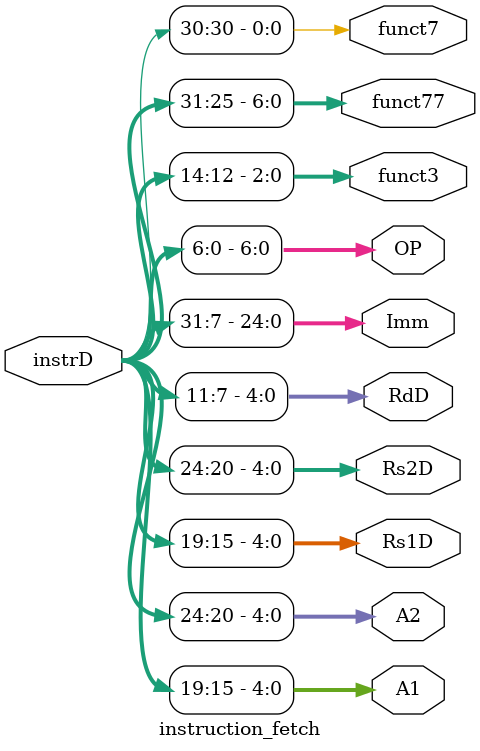
<source format=sv>
module instruction_fetch (
    input  logic [31:0] instrD,
    output logic [4:0]  A1, A2, Rs1D, Rs2D, RdD,
    output logic [24:0] Imm,
    output logic [6:0]  OP,
    output logic [2:0]  funct3,
    output logic [6:0]  funct77,      
    output logic        funct7
);

    always_comb begin
        A1      = instrD [19:15];     
        A2      = instrD [24:20];
        Rs1D    = instrD [19:15];
        Rs2D    = instrD [24:20];
        RdD     = instrD [11:7];
        Imm     = instrD [31:7];
        OP      = instrD [6:0];
        funct3  = instrD [14:12];
        funct77 = instrD [31:25];
        funct7  = instrD [30];
    end

endmodule

</source>
